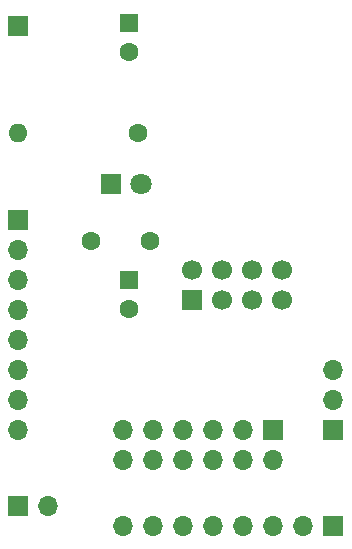
<source format=gbr>
%TF.GenerationSoftware,KiCad,Pcbnew,(7.0.0)*%
%TF.CreationDate,2024-08-26T11:17:35-04:00*%
%TF.ProjectId,nrf24l01_bob,6e726632-346c-4303-915f-626f622e6b69,rev?*%
%TF.SameCoordinates,Original*%
%TF.FileFunction,Soldermask,Bot*%
%TF.FilePolarity,Negative*%
%FSLAX46Y46*%
G04 Gerber Fmt 4.6, Leading zero omitted, Abs format (unit mm)*
G04 Created by KiCad (PCBNEW (7.0.0)) date 2024-08-26 11:17:35*
%MOMM*%
%LPD*%
G01*
G04 APERTURE LIST*
%ADD10C,1.600000*%
%ADD11O,1.600000X1.600000*%
%ADD12R,1.800000X1.800000*%
%ADD13C,1.800000*%
%ADD14R,1.600000X1.600000*%
%ADD15O,1.700000X1.700000*%
%ADD16R,1.700000X1.700000*%
%ADD17C,1.700000*%
G04 APERTURE END LIST*
D10*
%TO.C,R1*%
X135382000Y-93218000D03*
D11*
X125221999Y-93217999D03*
%TD*%
D12*
%TO.C,D1*%
X133090999Y-97535999D03*
D13*
X135631000Y-97536000D03*
%TD*%
D14*
%TO.C,C5*%
X134619999Y-83884887D03*
D10*
X134620000Y-86384888D03*
%TD*%
%TO.C,C2*%
X136398000Y-102362000D03*
X131398000Y-102362000D03*
%TD*%
D14*
%TO.C,C1*%
X134619999Y-105663999D03*
D10*
X134620000Y-108164000D03*
%TD*%
D15*
%TO.C,J12*%
X134111999Y-120903999D03*
X134111999Y-118363999D03*
X136651999Y-120903999D03*
X136651999Y-118363999D03*
X139191999Y-120903999D03*
X139191999Y-118363999D03*
X141731999Y-120903999D03*
X141731999Y-118363999D03*
X144271999Y-120903999D03*
X144271999Y-118363999D03*
X146811999Y-120903999D03*
D16*
X146811999Y-118363999D03*
%TD*%
%TO.C,U1*%
X139916999Y-107352999D03*
D17*
X139917000Y-104813000D03*
X142457000Y-107353000D03*
X142457000Y-104813000D03*
X144997000Y-107353000D03*
X144997000Y-104813000D03*
X147537000Y-107353000D03*
X147537000Y-104813000D03*
%TD*%
D16*
%TO.C,J11*%
X125221999Y-124832999D03*
D15*
X127761999Y-124832999D03*
%TD*%
D16*
%TO.C,J10*%
X125221999Y-100583999D03*
D15*
X125221999Y-103123999D03*
X125221999Y-105663999D03*
X125221999Y-108203999D03*
X125221999Y-110743999D03*
X125221999Y-113283999D03*
X125221999Y-115823999D03*
X125221999Y-118363999D03*
%TD*%
D16*
%TO.C,J9*%
X151891999Y-118363999D03*
D15*
X151891999Y-115823999D03*
X151891999Y-113283999D03*
%TD*%
D16*
%TO.C,J8*%
X125221999Y-84192999D03*
%TD*%
D15*
%TO.C,J1*%
X134111999Y-126491999D03*
X136651999Y-126491999D03*
X139191999Y-126491999D03*
X141731999Y-126491999D03*
X144271999Y-126491999D03*
X146811999Y-126491999D03*
X149351999Y-126491999D03*
D16*
X151891999Y-126491999D03*
%TD*%
M02*

</source>
